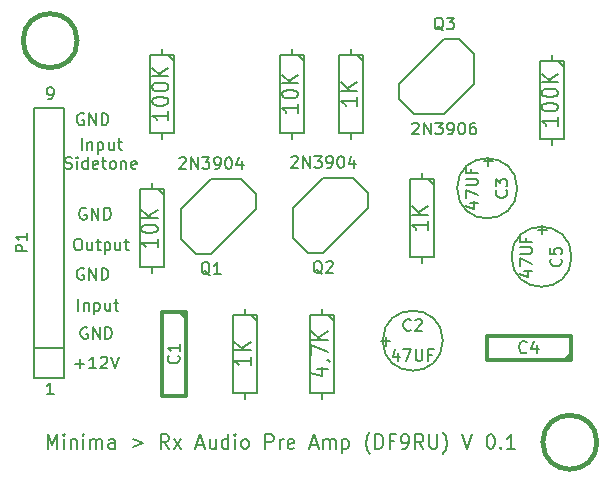
<source format=gto>
G04 #@! TF.FileFunction,Legend,Top*
%FSLAX45Y45*%
G04 Gerber Fmt 4.5, Leading zero omitted, Abs format (unit mm)*
G04 Created by KiCad (PCBNEW (2015-01-25 BZR 5388)-product) date Mo 03 Aug 2015 14:19:51 CEST*
%MOMM*%
G01*
G04 APERTURE LIST*
%ADD10C,0.150000*%
%ADD11C,0.200000*%
%ADD12C,0.200660*%
%ADD13C,0.381000*%
%ADD14C,0.203200*%
%ADD15C,0.304800*%
G04 APERTURE END LIST*
D10*
D11*
X12983810Y-7120000D02*
X12974286Y-7115238D01*
X12960000Y-7115238D01*
X12945714Y-7120000D01*
X12936190Y-7129524D01*
X12931429Y-7139048D01*
X12926667Y-7158095D01*
X12926667Y-7172381D01*
X12931429Y-7191429D01*
X12936190Y-7200952D01*
X12945714Y-7210476D01*
X12960000Y-7215238D01*
X12969524Y-7215238D01*
X12983810Y-7210476D01*
X12988571Y-7205714D01*
X12988571Y-7172381D01*
X12969524Y-7172381D01*
X13031429Y-7215238D02*
X13031429Y-7115238D01*
X13088571Y-7215238D01*
X13088571Y-7115238D01*
X13136190Y-7215238D02*
X13136190Y-7115238D01*
X13160000Y-7115238D01*
X13174286Y-7120000D01*
X13183810Y-7129524D01*
X13188571Y-7139048D01*
X13193333Y-7158095D01*
X13193333Y-7172381D01*
X13188571Y-7191429D01*
X13183810Y-7200952D01*
X13174286Y-7210476D01*
X13160000Y-7215238D01*
X13136190Y-7215238D01*
X12983810Y-8430000D02*
X12974286Y-8425238D01*
X12960000Y-8425238D01*
X12945714Y-8430000D01*
X12936190Y-8439524D01*
X12931429Y-8449048D01*
X12926667Y-8468095D01*
X12926667Y-8482381D01*
X12931429Y-8501429D01*
X12936190Y-8510952D01*
X12945714Y-8520476D01*
X12960000Y-8525238D01*
X12969524Y-8525238D01*
X12983810Y-8520476D01*
X12988571Y-8515714D01*
X12988571Y-8482381D01*
X12969524Y-8482381D01*
X13031429Y-8525238D02*
X13031429Y-8425238D01*
X13088571Y-8525238D01*
X13088571Y-8425238D01*
X13136190Y-8525238D02*
X13136190Y-8425238D01*
X13160000Y-8425238D01*
X13174286Y-8430000D01*
X13183810Y-8439524D01*
X13188571Y-8449048D01*
X13193333Y-8468095D01*
X13193333Y-8482381D01*
X13188571Y-8501429D01*
X13183810Y-8510952D01*
X13174286Y-8520476D01*
X13160000Y-8525238D01*
X13136190Y-8525238D01*
X13003810Y-7920000D02*
X12994286Y-7915238D01*
X12980000Y-7915238D01*
X12965714Y-7920000D01*
X12956190Y-7929524D01*
X12951429Y-7939048D01*
X12946667Y-7958095D01*
X12946667Y-7972381D01*
X12951429Y-7991429D01*
X12956190Y-8000952D01*
X12965714Y-8010476D01*
X12980000Y-8015238D01*
X12989524Y-8015238D01*
X13003810Y-8010476D01*
X13008571Y-8005714D01*
X13008571Y-7972381D01*
X12989524Y-7972381D01*
X13051429Y-8015238D02*
X13051429Y-7915238D01*
X13108571Y-8015238D01*
X13108571Y-7915238D01*
X13156190Y-8015238D02*
X13156190Y-7915238D01*
X13180000Y-7915238D01*
X13194286Y-7920000D01*
X13203810Y-7929524D01*
X13208571Y-7939048D01*
X13213333Y-7958095D01*
X13213333Y-7972381D01*
X13208571Y-7991429D01*
X13203810Y-8000952D01*
X13194286Y-8010476D01*
X13180000Y-8015238D01*
X13156190Y-8015238D01*
X13013810Y-8930000D02*
X13004286Y-8925238D01*
X12990000Y-8925238D01*
X12975714Y-8930000D01*
X12966190Y-8939524D01*
X12961429Y-8949048D01*
X12956667Y-8968095D01*
X12956667Y-8982381D01*
X12961429Y-9001429D01*
X12966190Y-9010952D01*
X12975714Y-9020476D01*
X12990000Y-9025238D01*
X12999524Y-9025238D01*
X13013810Y-9020476D01*
X13018571Y-9015714D01*
X13018571Y-8982381D01*
X12999524Y-8982381D01*
X13061429Y-9025238D02*
X13061429Y-8925238D01*
X13118571Y-9025238D01*
X13118571Y-8925238D01*
X13166190Y-9025238D02*
X13166190Y-8925238D01*
X13190000Y-8925238D01*
X13204286Y-8930000D01*
X13213810Y-8939524D01*
X13218571Y-8949048D01*
X13223333Y-8968095D01*
X13223333Y-8982381D01*
X13218571Y-9001429D01*
X13213810Y-9010952D01*
X13204286Y-9020476D01*
X13190000Y-9025238D01*
X13166190Y-9025238D01*
X12965714Y-7425238D02*
X12965714Y-7325238D01*
X13013333Y-7358571D02*
X13013333Y-7425238D01*
X13013333Y-7368095D02*
X13018095Y-7363333D01*
X13027619Y-7358571D01*
X13041905Y-7358571D01*
X13051429Y-7363333D01*
X13056190Y-7372857D01*
X13056190Y-7425238D01*
X13103809Y-7358571D02*
X13103809Y-7458571D01*
X13103809Y-7363333D02*
X13113333Y-7358571D01*
X13132381Y-7358571D01*
X13141905Y-7363333D01*
X13146667Y-7368095D01*
X13151429Y-7377619D01*
X13151429Y-7406190D01*
X13146667Y-7415714D01*
X13141905Y-7420476D01*
X13132381Y-7425238D01*
X13113333Y-7425238D01*
X13103809Y-7420476D01*
X13237143Y-7358571D02*
X13237143Y-7425238D01*
X13194286Y-7358571D02*
X13194286Y-7410952D01*
X13199048Y-7420476D01*
X13208571Y-7425238D01*
X13222857Y-7425238D01*
X13232381Y-7420476D01*
X13237143Y-7415714D01*
X13270476Y-7358571D02*
X13308571Y-7358571D01*
X13284762Y-7325238D02*
X13284762Y-7410952D01*
X13289524Y-7420476D01*
X13299048Y-7425238D01*
X13308571Y-7425238D01*
X12827619Y-7580476D02*
X12841905Y-7585238D01*
X12865714Y-7585238D01*
X12875238Y-7580476D01*
X12880000Y-7575714D01*
X12884762Y-7566190D01*
X12884762Y-7556667D01*
X12880000Y-7547143D01*
X12875238Y-7542381D01*
X12865714Y-7537619D01*
X12846667Y-7532857D01*
X12837143Y-7528095D01*
X12832381Y-7523333D01*
X12827619Y-7513809D01*
X12827619Y-7504286D01*
X12832381Y-7494762D01*
X12837143Y-7490000D01*
X12846667Y-7485238D01*
X12870476Y-7485238D01*
X12884762Y-7490000D01*
X12927619Y-7585238D02*
X12927619Y-7518571D01*
X12927619Y-7485238D02*
X12922857Y-7490000D01*
X12927619Y-7494762D01*
X12932381Y-7490000D01*
X12927619Y-7485238D01*
X12927619Y-7494762D01*
X13018095Y-7585238D02*
X13018095Y-7485238D01*
X13018095Y-7580476D02*
X13008571Y-7585238D01*
X12989524Y-7585238D01*
X12980000Y-7580476D01*
X12975238Y-7575714D01*
X12970476Y-7566190D01*
X12970476Y-7537619D01*
X12975238Y-7528095D01*
X12980000Y-7523333D01*
X12989524Y-7518571D01*
X13008571Y-7518571D01*
X13018095Y-7523333D01*
X13103809Y-7580476D02*
X13094286Y-7585238D01*
X13075238Y-7585238D01*
X13065714Y-7580476D01*
X13060952Y-7570952D01*
X13060952Y-7532857D01*
X13065714Y-7523333D01*
X13075238Y-7518571D01*
X13094286Y-7518571D01*
X13103809Y-7523333D01*
X13108571Y-7532857D01*
X13108571Y-7542381D01*
X13060952Y-7551905D01*
X13137143Y-7518571D02*
X13175238Y-7518571D01*
X13151428Y-7485238D02*
X13151428Y-7570952D01*
X13156190Y-7580476D01*
X13165714Y-7585238D01*
X13175238Y-7585238D01*
X13222857Y-7585238D02*
X13213333Y-7580476D01*
X13208571Y-7575714D01*
X13203809Y-7566190D01*
X13203809Y-7537619D01*
X13208571Y-7528095D01*
X13213333Y-7523333D01*
X13222857Y-7518571D01*
X13237143Y-7518571D01*
X13246667Y-7523333D01*
X13251429Y-7528095D01*
X13256190Y-7537619D01*
X13256190Y-7566190D01*
X13251429Y-7575714D01*
X13246667Y-7580476D01*
X13237143Y-7585238D01*
X13222857Y-7585238D01*
X13299048Y-7518571D02*
X13299048Y-7585238D01*
X13299048Y-7528095D02*
X13303809Y-7523333D01*
X13313333Y-7518571D01*
X13327619Y-7518571D01*
X13337143Y-7523333D01*
X13341905Y-7532857D01*
X13341905Y-7585238D01*
X13427619Y-7580476D02*
X13418095Y-7585238D01*
X13399048Y-7585238D01*
X13389524Y-7580476D01*
X13384762Y-7570952D01*
X13384762Y-7532857D01*
X13389524Y-7523333D01*
X13399048Y-7518571D01*
X13418095Y-7518571D01*
X13427619Y-7523333D01*
X13432381Y-7532857D01*
X13432381Y-7542381D01*
X13384762Y-7551905D01*
X12927619Y-8175238D02*
X12946667Y-8175238D01*
X12956190Y-8180000D01*
X12965714Y-8189524D01*
X12970476Y-8208571D01*
X12970476Y-8241905D01*
X12965714Y-8260952D01*
X12956190Y-8270476D01*
X12946667Y-8275238D01*
X12927619Y-8275238D01*
X12918095Y-8270476D01*
X12908571Y-8260952D01*
X12903809Y-8241905D01*
X12903809Y-8208571D01*
X12908571Y-8189524D01*
X12918095Y-8180000D01*
X12927619Y-8175238D01*
X13056190Y-8208571D02*
X13056190Y-8275238D01*
X13013333Y-8208571D02*
X13013333Y-8260952D01*
X13018095Y-8270476D01*
X13027619Y-8275238D01*
X13041905Y-8275238D01*
X13051429Y-8270476D01*
X13056190Y-8265714D01*
X13089524Y-8208571D02*
X13127619Y-8208571D01*
X13103809Y-8175238D02*
X13103809Y-8260952D01*
X13108571Y-8270476D01*
X13118095Y-8275238D01*
X13127619Y-8275238D01*
X13160952Y-8208571D02*
X13160952Y-8308571D01*
X13160952Y-8213333D02*
X13170476Y-8208571D01*
X13189524Y-8208571D01*
X13199048Y-8213333D01*
X13203810Y-8218095D01*
X13208571Y-8227619D01*
X13208571Y-8256190D01*
X13203810Y-8265714D01*
X13199048Y-8270476D01*
X13189524Y-8275238D01*
X13170476Y-8275238D01*
X13160952Y-8270476D01*
X13294286Y-8208571D02*
X13294286Y-8275238D01*
X13251429Y-8208571D02*
X13251429Y-8260952D01*
X13256190Y-8270476D01*
X13265714Y-8275238D01*
X13280000Y-8275238D01*
X13289524Y-8270476D01*
X13294286Y-8265714D01*
X13327619Y-8208571D02*
X13365714Y-8208571D01*
X13341905Y-8175238D02*
X13341905Y-8260952D01*
X13346667Y-8270476D01*
X13356190Y-8275238D01*
X13365714Y-8275238D01*
X12935714Y-8785238D02*
X12935714Y-8685238D01*
X12983333Y-8718571D02*
X12983333Y-8785238D01*
X12983333Y-8728095D02*
X12988095Y-8723333D01*
X12997619Y-8718571D01*
X13011905Y-8718571D01*
X13021429Y-8723333D01*
X13026190Y-8732857D01*
X13026190Y-8785238D01*
X13073809Y-8718571D02*
X13073809Y-8818571D01*
X13073809Y-8723333D02*
X13083333Y-8718571D01*
X13102381Y-8718571D01*
X13111905Y-8723333D01*
X13116667Y-8728095D01*
X13121429Y-8737619D01*
X13121429Y-8766191D01*
X13116667Y-8775714D01*
X13111905Y-8780476D01*
X13102381Y-8785238D01*
X13083333Y-8785238D01*
X13073809Y-8780476D01*
X13207143Y-8718571D02*
X13207143Y-8785238D01*
X13164286Y-8718571D02*
X13164286Y-8770952D01*
X13169048Y-8780476D01*
X13178571Y-8785238D01*
X13192857Y-8785238D01*
X13202381Y-8780476D01*
X13207143Y-8775714D01*
X13240476Y-8718571D02*
X13278571Y-8718571D01*
X13254762Y-8685238D02*
X13254762Y-8770952D01*
X13259524Y-8780476D01*
X13269048Y-8785238D01*
X13278571Y-8785238D01*
X12913809Y-9237143D02*
X12990000Y-9237143D01*
X12951905Y-9275238D02*
X12951905Y-9199048D01*
X13090000Y-9275238D02*
X13032857Y-9275238D01*
X13061428Y-9275238D02*
X13061428Y-9175238D01*
X13051905Y-9189524D01*
X13042381Y-9199048D01*
X13032857Y-9203810D01*
X13128095Y-9184762D02*
X13132857Y-9180000D01*
X13142381Y-9175238D01*
X13166190Y-9175238D01*
X13175714Y-9180000D01*
X13180476Y-9184762D01*
X13185238Y-9194286D01*
X13185238Y-9203810D01*
X13180476Y-9218095D01*
X13123333Y-9275238D01*
X13185238Y-9275238D01*
X13213809Y-9175238D02*
X13247143Y-9275238D01*
X13280476Y-9175238D01*
D12*
X12679027Y-9954139D02*
X12679027Y-9834251D01*
X12718990Y-9919885D01*
X12758952Y-9834251D01*
X12758952Y-9954139D01*
X12816042Y-9954139D02*
X12816042Y-9874214D01*
X12816042Y-9834251D02*
X12810333Y-9839960D01*
X12816042Y-9845669D01*
X12821751Y-9839960D01*
X12816042Y-9834251D01*
X12816042Y-9845669D01*
X12873132Y-9874214D02*
X12873132Y-9954139D01*
X12873132Y-9885632D02*
X12878840Y-9879923D01*
X12890258Y-9874214D01*
X12907385Y-9874214D01*
X12918803Y-9879923D01*
X12924512Y-9891341D01*
X12924512Y-9954139D01*
X12981602Y-9954139D02*
X12981602Y-9874214D01*
X12981602Y-9834251D02*
X12975893Y-9839960D01*
X12981602Y-9845669D01*
X12987311Y-9839960D01*
X12981602Y-9834251D01*
X12981602Y-9845669D01*
X13038691Y-9954139D02*
X13038691Y-9874214D01*
X13038691Y-9885632D02*
X13044400Y-9879923D01*
X13055818Y-9874214D01*
X13072945Y-9874214D01*
X13084363Y-9879923D01*
X13090072Y-9891341D01*
X13090072Y-9954139D01*
X13090072Y-9891341D02*
X13095781Y-9879923D01*
X13107199Y-9874214D01*
X13124325Y-9874214D01*
X13135743Y-9879923D01*
X13141452Y-9891341D01*
X13141452Y-9954139D01*
X13249922Y-9954139D02*
X13249922Y-9891341D01*
X13244213Y-9879923D01*
X13232796Y-9874214D01*
X13209960Y-9874214D01*
X13198542Y-9879923D01*
X13249922Y-9948430D02*
X13238504Y-9954139D01*
X13209960Y-9954139D01*
X13198542Y-9948430D01*
X13192833Y-9937012D01*
X13192833Y-9925594D01*
X13198542Y-9914176D01*
X13209960Y-9908467D01*
X13238504Y-9908467D01*
X13249922Y-9902759D01*
X13398355Y-9874214D02*
X13489698Y-9908467D01*
X13398355Y-9942721D01*
X13706639Y-9954139D02*
X13666676Y-9897050D01*
X13638131Y-9954139D02*
X13638131Y-9834251D01*
X13683803Y-9834251D01*
X13695221Y-9839960D01*
X13700930Y-9845669D01*
X13706639Y-9857087D01*
X13706639Y-9874214D01*
X13700930Y-9885632D01*
X13695221Y-9891341D01*
X13683803Y-9897050D01*
X13638131Y-9897050D01*
X13746601Y-9954139D02*
X13809400Y-9874214D01*
X13746601Y-9874214D02*
X13809400Y-9954139D01*
X13940706Y-9919885D02*
X13997795Y-9919885D01*
X13929288Y-9954139D02*
X13969250Y-9834251D01*
X14009213Y-9954139D01*
X14100556Y-9874214D02*
X14100556Y-9954139D01*
X14049176Y-9874214D02*
X14049176Y-9937012D01*
X14054885Y-9948430D01*
X14066302Y-9954139D01*
X14083429Y-9954139D01*
X14094847Y-9948430D01*
X14100556Y-9942721D01*
X14209026Y-9954139D02*
X14209026Y-9834251D01*
X14209026Y-9948430D02*
X14197608Y-9954139D01*
X14174773Y-9954139D01*
X14163355Y-9948430D01*
X14157646Y-9942721D01*
X14151937Y-9931303D01*
X14151937Y-9897050D01*
X14157646Y-9885632D01*
X14163355Y-9879923D01*
X14174773Y-9874214D01*
X14197608Y-9874214D01*
X14209026Y-9879923D01*
X14266116Y-9954139D02*
X14266116Y-9874214D01*
X14266116Y-9834251D02*
X14260407Y-9839960D01*
X14266116Y-9845669D01*
X14271825Y-9839960D01*
X14266116Y-9834251D01*
X14266116Y-9845669D01*
X14340332Y-9954139D02*
X14328914Y-9948430D01*
X14323205Y-9942721D01*
X14317496Y-9931303D01*
X14317496Y-9897050D01*
X14323205Y-9885632D01*
X14328914Y-9879923D01*
X14340332Y-9874214D01*
X14357459Y-9874214D01*
X14368877Y-9879923D01*
X14374586Y-9885632D01*
X14380295Y-9897050D01*
X14380295Y-9931303D01*
X14374586Y-9942721D01*
X14368877Y-9948430D01*
X14357459Y-9954139D01*
X14340332Y-9954139D01*
X14523019Y-9954139D02*
X14523019Y-9834251D01*
X14568690Y-9834251D01*
X14580108Y-9839960D01*
X14585817Y-9845669D01*
X14591526Y-9857087D01*
X14591526Y-9874214D01*
X14585817Y-9885632D01*
X14580108Y-9891341D01*
X14568690Y-9897050D01*
X14523019Y-9897050D01*
X14642907Y-9954139D02*
X14642907Y-9874214D01*
X14642907Y-9897050D02*
X14648616Y-9885632D01*
X14654325Y-9879923D01*
X14665742Y-9874214D01*
X14677160Y-9874214D01*
X14762795Y-9948430D02*
X14751377Y-9954139D01*
X14728541Y-9954139D01*
X14717123Y-9948430D01*
X14711414Y-9937012D01*
X14711414Y-9891341D01*
X14717123Y-9879923D01*
X14728541Y-9874214D01*
X14751377Y-9874214D01*
X14762795Y-9879923D01*
X14768504Y-9891341D01*
X14768504Y-9902759D01*
X14711414Y-9914176D01*
X14905518Y-9919885D02*
X14962608Y-9919885D01*
X14894100Y-9954139D02*
X14934063Y-9834251D01*
X14974026Y-9954139D01*
X15013988Y-9954139D02*
X15013988Y-9874214D01*
X15013988Y-9885632D02*
X15019697Y-9879923D01*
X15031115Y-9874214D01*
X15048242Y-9874214D01*
X15059660Y-9879923D01*
X15065369Y-9891341D01*
X15065369Y-9954139D01*
X15065369Y-9891341D02*
X15071078Y-9879923D01*
X15082496Y-9874214D01*
X15099623Y-9874214D01*
X15111041Y-9879923D01*
X15116750Y-9891341D01*
X15116750Y-9954139D01*
X15173839Y-9874214D02*
X15173839Y-9994102D01*
X15173839Y-9879923D02*
X15185257Y-9874214D01*
X15208093Y-9874214D01*
X15219511Y-9879923D01*
X15225220Y-9885632D01*
X15230929Y-9897050D01*
X15230929Y-9931303D01*
X15225220Y-9942721D01*
X15219511Y-9948430D01*
X15208093Y-9954139D01*
X15185257Y-9954139D01*
X15173839Y-9948430D01*
X15407906Y-9999811D02*
X15402197Y-9994102D01*
X15390779Y-9976975D01*
X15385070Y-9965557D01*
X15379361Y-9948430D01*
X15373652Y-9919885D01*
X15373652Y-9897050D01*
X15379361Y-9868505D01*
X15385070Y-9851378D01*
X15390779Y-9839960D01*
X15402197Y-9822833D01*
X15407906Y-9817124D01*
X15453578Y-9954139D02*
X15453578Y-9834251D01*
X15482122Y-9834251D01*
X15499249Y-9839960D01*
X15510667Y-9851378D01*
X15516376Y-9862796D01*
X15522085Y-9885632D01*
X15522085Y-9902759D01*
X15516376Y-9925594D01*
X15510667Y-9937012D01*
X15499249Y-9948430D01*
X15482122Y-9954139D01*
X15453578Y-9954139D01*
X15613428Y-9891341D02*
X15573466Y-9891341D01*
X15573466Y-9954139D02*
X15573466Y-9834251D01*
X15630555Y-9834251D01*
X15681936Y-9954139D02*
X15704772Y-9954139D01*
X15716189Y-9948430D01*
X15721898Y-9942721D01*
X15733316Y-9925594D01*
X15739025Y-9902759D01*
X15739025Y-9857087D01*
X15733316Y-9845669D01*
X15727607Y-9839960D01*
X15716189Y-9834251D01*
X15693354Y-9834251D01*
X15681936Y-9839960D01*
X15676227Y-9845669D01*
X15670518Y-9857087D01*
X15670518Y-9885632D01*
X15676227Y-9897050D01*
X15681936Y-9902759D01*
X15693354Y-9908467D01*
X15716189Y-9908467D01*
X15727607Y-9902759D01*
X15733316Y-9897050D01*
X15739025Y-9885632D01*
X15858913Y-9954139D02*
X15818951Y-9897050D01*
X15790406Y-9954139D02*
X15790406Y-9834251D01*
X15836077Y-9834251D01*
X15847495Y-9839960D01*
X15853204Y-9845669D01*
X15858913Y-9857087D01*
X15858913Y-9874214D01*
X15853204Y-9885632D01*
X15847495Y-9891341D01*
X15836077Y-9897050D01*
X15790406Y-9897050D01*
X15910294Y-9834251D02*
X15910294Y-9931303D01*
X15916003Y-9942721D01*
X15921712Y-9948430D01*
X15933130Y-9954139D01*
X15955965Y-9954139D01*
X15967383Y-9948430D01*
X15973092Y-9942721D01*
X15978801Y-9931303D01*
X15978801Y-9834251D01*
X16024473Y-9999811D02*
X16030182Y-9994102D01*
X16041600Y-9976975D01*
X16047309Y-9965557D01*
X16053018Y-9948430D01*
X16058727Y-9919885D01*
X16058727Y-9897050D01*
X16053018Y-9868505D01*
X16047309Y-9851378D01*
X16041600Y-9839960D01*
X16030182Y-9822833D01*
X16024473Y-9817124D01*
X16190032Y-9834251D02*
X16229995Y-9954139D01*
X16269958Y-9834251D01*
X16424099Y-9834251D02*
X16435517Y-9834251D01*
X16446935Y-9839960D01*
X16452644Y-9845669D01*
X16458353Y-9857087D01*
X16464062Y-9879923D01*
X16464062Y-9908467D01*
X16458353Y-9931303D01*
X16452644Y-9942721D01*
X16446935Y-9948430D01*
X16435517Y-9954139D01*
X16424099Y-9954139D01*
X16412682Y-9948430D01*
X16406973Y-9942721D01*
X16401264Y-9931303D01*
X16395555Y-9908467D01*
X16395555Y-9879923D01*
X16401264Y-9857087D01*
X16406973Y-9845669D01*
X16412682Y-9839960D01*
X16424099Y-9834251D01*
X16515443Y-9942721D02*
X16521152Y-9948430D01*
X16515443Y-9954139D01*
X16509734Y-9948430D01*
X16515443Y-9942721D01*
X16515443Y-9954139D01*
X16635331Y-9954139D02*
X16566823Y-9954139D01*
X16601077Y-9954139D02*
X16601077Y-9834251D01*
X16589659Y-9851378D01*
X16578241Y-9862796D01*
X16566823Y-9868505D01*
X12680938Y-6995220D02*
X12700000Y-6995220D01*
X12709531Y-6990455D01*
X12714297Y-6985689D01*
X12723828Y-6971393D01*
X12728593Y-6952331D01*
X12728593Y-6914207D01*
X12723828Y-6904675D01*
X12719062Y-6899910D01*
X12709531Y-6895144D01*
X12690469Y-6895144D01*
X12680938Y-6899910D01*
X12676172Y-6904675D01*
X12671407Y-6914207D01*
X12671407Y-6938034D01*
X12676172Y-6947565D01*
X12680938Y-6952331D01*
X12690469Y-6957096D01*
X12709531Y-6957096D01*
X12719062Y-6952331D01*
X12723828Y-6947565D01*
X12728593Y-6938034D01*
X12728593Y-9495343D02*
X12671407Y-9495343D01*
X12700000Y-9495343D02*
X12700000Y-9395267D01*
X12690469Y-9409563D01*
X12680938Y-9419094D01*
X12671407Y-9423860D01*
D13*
X17328642Y-9900158D02*
G75*
G03X17328642Y-9900158I-228600J0D01*
G01*
X12928600Y-6499860D02*
G75*
G03X12928600Y-6499860I-228600J0D01*
G01*
D14*
X15249906Y-6568948D02*
X15249906Y-6619748D01*
X15249906Y-7330948D02*
X15249906Y-7280148D01*
X15249906Y-7280148D02*
X15351506Y-7280148D01*
X15351506Y-7280148D02*
X15351506Y-6619748D01*
X15351506Y-6619748D02*
X15148306Y-6619748D01*
X15148306Y-6619748D02*
X15148306Y-7280148D01*
X15148306Y-7280148D02*
X15249906Y-7280148D01*
X15300706Y-6619748D02*
X15351506Y-6670548D01*
X13649960Y-6568948D02*
X13649960Y-6619748D01*
X13649960Y-7330948D02*
X13649960Y-7280148D01*
X13649960Y-7280148D02*
X13751560Y-7280148D01*
X13751560Y-7280148D02*
X13751560Y-6619748D01*
X13751560Y-6619748D02*
X13548360Y-6619748D01*
X13548360Y-6619748D02*
X13548360Y-7280148D01*
X13548360Y-7280148D02*
X13649960Y-7280148D01*
X13700760Y-6619748D02*
X13751560Y-6670548D01*
X13560000Y-7709000D02*
X13560000Y-7759800D01*
X13560000Y-8471000D02*
X13560000Y-8420200D01*
X13560000Y-8420200D02*
X13661600Y-8420200D01*
X13661600Y-8420200D02*
X13661600Y-7759800D01*
X13661600Y-7759800D02*
X13458400Y-7759800D01*
X13458400Y-7759800D02*
X13458400Y-8420200D01*
X13458400Y-8420200D02*
X13560000Y-8420200D01*
X13610800Y-7759800D02*
X13661600Y-7810600D01*
X14999970Y-8769096D02*
X14999970Y-8819896D01*
X14999970Y-9531096D02*
X14999970Y-9480296D01*
X14999970Y-9480296D02*
X15101570Y-9480296D01*
X15101570Y-9480296D02*
X15101570Y-8819896D01*
X15101570Y-8819896D02*
X14898370Y-8819896D01*
X14898370Y-8819896D02*
X14898370Y-9480296D01*
X14898370Y-9480296D02*
X14999970Y-9480296D01*
X15050770Y-8819896D02*
X15101570Y-8870696D01*
X14349984Y-8769096D02*
X14349984Y-8819896D01*
X14349984Y-9531096D02*
X14349984Y-9480296D01*
X14349984Y-9480296D02*
X14451584Y-9480296D01*
X14451584Y-9480296D02*
X14451584Y-8819896D01*
X14451584Y-8819896D02*
X14248384Y-8819896D01*
X14248384Y-8819896D02*
X14248384Y-9480296D01*
X14248384Y-9480296D02*
X14349984Y-9480296D01*
X14400784Y-8819896D02*
X14451584Y-8870696D01*
X14750034Y-6568948D02*
X14750034Y-6619748D01*
X14750034Y-7330948D02*
X14750034Y-7280148D01*
X14750034Y-7280148D02*
X14851634Y-7280148D01*
X14851634Y-7280148D02*
X14851634Y-6619748D01*
X14851634Y-6619748D02*
X14648434Y-6619748D01*
X14648434Y-6619748D02*
X14648434Y-7280148D01*
X14648434Y-7280148D02*
X14750034Y-7280148D01*
X14800834Y-6619748D02*
X14851634Y-6670548D01*
X15850108Y-7618984D02*
X15850108Y-7669784D01*
X15850108Y-8380984D02*
X15850108Y-8330184D01*
X15850108Y-8330184D02*
X15951708Y-8330184D01*
X15951708Y-8330184D02*
X15951708Y-7669784D01*
X15951708Y-7669784D02*
X15748508Y-7669784D01*
X15748508Y-7669784D02*
X15748508Y-8330184D01*
X15748508Y-8330184D02*
X15850108Y-8330184D01*
X15900908Y-7669784D02*
X15951708Y-7720584D01*
X16949928Y-6618986D02*
X16949928Y-6669786D01*
X16949928Y-7380986D02*
X16949928Y-7330186D01*
X16949928Y-7330186D02*
X17051528Y-7330186D01*
X17051528Y-7330186D02*
X17051528Y-6669786D01*
X17051528Y-6669786D02*
X16848328Y-6669786D01*
X16848328Y-6669786D02*
X16848328Y-7330186D01*
X16848328Y-7330186D02*
X16949928Y-7330186D01*
X17000728Y-6669786D02*
X17051528Y-6720586D01*
D15*
X17105630Y-9201658D02*
X16394430Y-9201658D01*
X16394430Y-9201658D02*
X16394430Y-8998458D01*
X16394430Y-8998458D02*
X17105630Y-8998458D01*
X17105630Y-8998458D02*
X17105630Y-9201658D01*
X17105630Y-9150858D02*
X17054830Y-9201658D01*
X13851636Y-8794496D02*
X13851636Y-9505696D01*
X13851636Y-9505696D02*
X13648436Y-9505696D01*
X13648436Y-9505696D02*
X13648436Y-8794496D01*
X13648436Y-8794496D02*
X13851636Y-8794496D01*
X13800836Y-8794496D02*
X13851636Y-8845296D01*
D10*
X16024317Y-9040000D02*
G75*
G03X16024317Y-9040000I-254317J0D01*
G01*
X16654317Y-7750000D02*
G75*
G03X16654317Y-7750000I-254317J0D01*
G01*
X17114317Y-8330000D02*
G75*
G03X17114317Y-8330000I-254317J0D01*
G01*
X12563000Y-9099000D02*
X12563000Y-7067000D01*
X12563000Y-7067000D02*
X12817000Y-7067000D01*
X12817000Y-7067000D02*
X12817000Y-9099000D01*
X12563000Y-9353000D02*
X12563000Y-9099000D01*
X12563000Y-9099000D02*
X12817000Y-9099000D01*
X12563000Y-9353000D02*
X12817000Y-9353000D01*
X12817000Y-9353000D02*
X12817000Y-9099000D01*
X14063000Y-8304000D02*
X14444000Y-7923000D01*
X14444000Y-7923000D02*
X14444000Y-7796000D01*
X14444000Y-7796000D02*
X14317000Y-7669000D01*
X14317000Y-7669000D02*
X14063000Y-7669000D01*
X14063000Y-7669000D02*
X13809000Y-7923000D01*
X13809000Y-7923000D02*
X13809000Y-8177000D01*
X13809000Y-8177000D02*
X13936000Y-8304000D01*
X13936000Y-8304000D02*
X14063000Y-8304000D01*
X15013000Y-8294000D02*
X15394000Y-7913000D01*
X15394000Y-7913000D02*
X15394000Y-7786000D01*
X15394000Y-7786000D02*
X15267000Y-7659000D01*
X15267000Y-7659000D02*
X15013000Y-7659000D01*
X15013000Y-7659000D02*
X14759000Y-7913000D01*
X14759000Y-7913000D02*
X14759000Y-8167000D01*
X14759000Y-8167000D02*
X14886000Y-8294000D01*
X14886000Y-8294000D02*
X15013000Y-8294000D01*
X16037000Y-6486000D02*
X15656000Y-6867000D01*
X15656000Y-6867000D02*
X15656000Y-6994000D01*
X15656000Y-6994000D02*
X15783000Y-7121000D01*
X15783000Y-7121000D02*
X16037000Y-7121000D01*
X16037000Y-7121000D02*
X16291000Y-6867000D01*
X16291000Y-6867000D02*
X16291000Y-6613000D01*
X16291000Y-6613000D02*
X16164000Y-6486000D01*
X16164000Y-6486000D02*
X16037000Y-6486000D01*
D14*
X15300404Y-6977162D02*
X15300404Y-7049734D01*
X15300404Y-7013448D02*
X15160704Y-7013448D01*
X15180661Y-7025543D01*
X15193965Y-7037638D01*
X15200618Y-7049734D01*
X15300404Y-6922734D02*
X15160704Y-6922734D01*
X15300404Y-6850162D02*
X15220575Y-6904591D01*
X15160704Y-6850162D02*
X15240532Y-6922734D01*
X13700458Y-7098115D02*
X13700458Y-7170686D01*
X13700458Y-7134400D02*
X13560758Y-7134400D01*
X13580715Y-7146496D01*
X13594019Y-7158591D01*
X13600672Y-7170686D01*
X13560758Y-7019496D02*
X13560758Y-7007400D01*
X13567410Y-6995305D01*
X13574062Y-6989257D01*
X13587367Y-6983210D01*
X13613977Y-6977162D01*
X13647239Y-6977162D01*
X13673848Y-6983210D01*
X13687153Y-6989257D01*
X13693805Y-6995305D01*
X13700458Y-7007400D01*
X13700458Y-7019496D01*
X13693805Y-7031591D01*
X13687153Y-7037638D01*
X13673848Y-7043686D01*
X13647239Y-7049734D01*
X13613977Y-7049734D01*
X13587367Y-7043686D01*
X13574062Y-7037638D01*
X13567410Y-7031591D01*
X13560758Y-7019496D01*
X13560758Y-6898543D02*
X13560758Y-6886448D01*
X13567410Y-6874353D01*
X13574062Y-6868305D01*
X13587367Y-6862257D01*
X13613977Y-6856210D01*
X13647239Y-6856210D01*
X13673848Y-6862257D01*
X13687153Y-6868305D01*
X13693805Y-6874353D01*
X13700458Y-6886448D01*
X13700458Y-6898543D01*
X13693805Y-6910638D01*
X13687153Y-6916686D01*
X13673848Y-6922734D01*
X13647239Y-6928781D01*
X13613977Y-6928781D01*
X13587367Y-6922734D01*
X13574062Y-6916686D01*
X13567410Y-6910638D01*
X13560758Y-6898543D01*
X13700458Y-6801781D02*
X13560758Y-6801781D01*
X13700458Y-6729210D02*
X13620629Y-6783638D01*
X13560758Y-6729210D02*
X13640586Y-6801781D01*
X13610498Y-8177690D02*
X13610498Y-8250262D01*
X13610498Y-8213976D02*
X13470798Y-8213976D01*
X13490755Y-8226071D01*
X13504059Y-8238167D01*
X13510712Y-8250262D01*
X13470798Y-8099071D02*
X13470798Y-8086976D01*
X13477450Y-8074881D01*
X13484102Y-8068833D01*
X13497407Y-8062786D01*
X13524017Y-8056738D01*
X13557279Y-8056738D01*
X13583888Y-8062786D01*
X13597193Y-8068833D01*
X13603845Y-8074881D01*
X13610498Y-8086976D01*
X13610498Y-8099071D01*
X13603845Y-8111167D01*
X13597193Y-8117214D01*
X13583888Y-8123262D01*
X13557279Y-8129309D01*
X13524017Y-8129309D01*
X13497407Y-8123262D01*
X13484102Y-8117214D01*
X13477450Y-8111167D01*
X13470798Y-8099071D01*
X13610498Y-8002309D02*
X13470798Y-8002309D01*
X13610498Y-7929738D02*
X13530669Y-7984167D01*
X13470798Y-7929738D02*
X13550626Y-8002309D01*
X14957334Y-9280120D02*
X15050468Y-9280120D01*
X14904115Y-9310358D02*
X15003901Y-9340596D01*
X15003901Y-9261977D01*
X15043815Y-9207548D02*
X15050468Y-9207548D01*
X15063772Y-9213596D01*
X15070425Y-9219644D01*
X14910768Y-9165215D02*
X14910768Y-9080548D01*
X15050468Y-9134977D01*
X15050468Y-9032167D02*
X14910768Y-9032167D01*
X15050468Y-8959596D02*
X14970639Y-9014025D01*
X14910768Y-8959596D02*
X14990596Y-9032167D01*
X14400482Y-9177310D02*
X14400482Y-9249882D01*
X14400482Y-9213596D02*
X14260782Y-9213596D01*
X14280739Y-9225691D01*
X14294043Y-9237787D01*
X14300696Y-9249882D01*
X14400482Y-9122882D02*
X14260782Y-9122882D01*
X14400482Y-9050310D02*
X14320653Y-9104739D01*
X14260782Y-9050310D02*
X14340610Y-9122882D01*
X14800532Y-7037638D02*
X14800532Y-7110210D01*
X14800532Y-7073924D02*
X14660832Y-7073924D01*
X14680789Y-7086019D01*
X14694093Y-7098115D01*
X14700746Y-7110210D01*
X14660832Y-6959019D02*
X14660832Y-6946924D01*
X14667484Y-6934829D01*
X14674136Y-6928781D01*
X14687441Y-6922734D01*
X14714051Y-6916686D01*
X14747313Y-6916686D01*
X14773922Y-6922734D01*
X14787227Y-6928781D01*
X14793879Y-6934829D01*
X14800532Y-6946924D01*
X14800532Y-6959019D01*
X14793879Y-6971115D01*
X14787227Y-6977162D01*
X14773922Y-6983210D01*
X14747313Y-6989257D01*
X14714051Y-6989257D01*
X14687441Y-6983210D01*
X14674136Y-6977162D01*
X14667484Y-6971115D01*
X14660832Y-6959019D01*
X14800532Y-6862257D02*
X14660832Y-6862257D01*
X14800532Y-6789686D02*
X14720703Y-6844115D01*
X14660832Y-6789686D02*
X14740660Y-6862257D01*
X15900606Y-8027198D02*
X15900606Y-8099770D01*
X15900606Y-8063484D02*
X15760906Y-8063484D01*
X15780863Y-8075579D01*
X15794167Y-8087674D01*
X15800820Y-8099770D01*
X15900606Y-7972770D02*
X15760906Y-7972770D01*
X15900606Y-7900198D02*
X15820777Y-7954627D01*
X15760906Y-7900198D02*
X15840734Y-7972770D01*
X17000426Y-7148153D02*
X17000426Y-7220724D01*
X17000426Y-7184438D02*
X16860726Y-7184438D01*
X16880683Y-7196534D01*
X16893988Y-7208629D01*
X16900640Y-7220724D01*
X16860726Y-7069534D02*
X16860726Y-7057438D01*
X16867378Y-7045343D01*
X16874030Y-7039295D01*
X16887335Y-7033248D01*
X16913945Y-7027200D01*
X16947207Y-7027200D01*
X16973816Y-7033248D01*
X16987121Y-7039295D01*
X16993773Y-7045343D01*
X17000426Y-7057438D01*
X17000426Y-7069534D01*
X16993773Y-7081629D01*
X16987121Y-7087676D01*
X16973816Y-7093724D01*
X16947207Y-7099772D01*
X16913945Y-7099772D01*
X16887335Y-7093724D01*
X16874030Y-7087676D01*
X16867378Y-7081629D01*
X16860726Y-7069534D01*
X16860726Y-6948581D02*
X16860726Y-6936486D01*
X16867378Y-6924391D01*
X16874030Y-6918343D01*
X16887335Y-6912295D01*
X16913945Y-6906248D01*
X16947207Y-6906248D01*
X16973816Y-6912295D01*
X16987121Y-6918343D01*
X16993773Y-6924391D01*
X17000426Y-6936486D01*
X17000426Y-6948581D01*
X16993773Y-6960676D01*
X16987121Y-6966724D01*
X16973816Y-6972772D01*
X16947207Y-6978819D01*
X16913945Y-6978819D01*
X16887335Y-6972772D01*
X16874030Y-6966724D01*
X16867378Y-6960676D01*
X16860726Y-6948581D01*
X17000426Y-6851819D02*
X16860726Y-6851819D01*
X17000426Y-6779248D02*
X16920597Y-6833676D01*
X16860726Y-6779248D02*
X16940554Y-6851819D01*
X16733097Y-9136344D02*
X16728259Y-9141182D01*
X16713744Y-9146020D01*
X16704068Y-9146020D01*
X16689554Y-9141182D01*
X16679878Y-9131506D01*
X16675040Y-9121829D01*
X16670201Y-9102477D01*
X16670201Y-9087963D01*
X16675040Y-9068610D01*
X16679878Y-9058934D01*
X16689554Y-9049258D01*
X16704068Y-9044420D01*
X16713744Y-9044420D01*
X16728259Y-9049258D01*
X16733097Y-9054096D01*
X16820182Y-9078287D02*
X16820182Y-9146020D01*
X16795992Y-9039582D02*
X16771801Y-9112153D01*
X16834697Y-9112153D01*
X13786322Y-9167029D02*
X13791160Y-9171867D01*
X13795998Y-9186382D01*
X13795998Y-9196058D01*
X13791160Y-9210572D01*
X13781484Y-9220248D01*
X13771807Y-9225086D01*
X13752455Y-9229925D01*
X13737941Y-9229925D01*
X13718588Y-9225086D01*
X13708912Y-9220248D01*
X13699236Y-9210572D01*
X13694398Y-9196058D01*
X13694398Y-9186382D01*
X13699236Y-9171867D01*
X13704074Y-9167029D01*
X13795998Y-9070267D02*
X13795998Y-9128325D01*
X13795998Y-9099296D02*
X13694398Y-9099296D01*
X13708912Y-9108972D01*
X13718588Y-9118648D01*
X13723426Y-9128325D01*
D10*
X15753333Y-8948968D02*
X15748571Y-8953730D01*
X15734286Y-8958492D01*
X15724762Y-8958492D01*
X15710476Y-8953730D01*
X15700952Y-8944206D01*
X15696190Y-8934683D01*
X15691429Y-8915635D01*
X15691429Y-8901349D01*
X15696190Y-8882302D01*
X15700952Y-8872778D01*
X15710476Y-8863254D01*
X15724762Y-8858492D01*
X15734286Y-8858492D01*
X15748571Y-8863254D01*
X15753333Y-8868016D01*
X15791429Y-8868016D02*
X15796190Y-8863254D01*
X15805714Y-8858492D01*
X15829524Y-8858492D01*
X15839048Y-8863254D01*
X15843810Y-8868016D01*
X15848571Y-8877540D01*
X15848571Y-8887064D01*
X15843810Y-8901349D01*
X15786667Y-8958492D01*
X15848571Y-8958492D01*
X15646190Y-9145571D02*
X15646190Y-9212238D01*
X15622381Y-9107476D02*
X15598571Y-9178905D01*
X15660476Y-9178905D01*
X15689048Y-9112238D02*
X15755714Y-9112238D01*
X15712857Y-9212238D01*
X15793809Y-9112238D02*
X15793809Y-9193191D01*
X15798571Y-9202714D01*
X15803333Y-9207476D01*
X15812857Y-9212238D01*
X15831905Y-9212238D01*
X15841429Y-9207476D01*
X15846190Y-9202714D01*
X15850952Y-9193191D01*
X15850952Y-9112238D01*
X15931905Y-9159857D02*
X15898571Y-9159857D01*
X15898571Y-9212238D02*
X15898571Y-9112238D01*
X15946190Y-9112238D01*
X15503305Y-9047143D02*
X15579495Y-9047143D01*
X15541400Y-9085238D02*
X15541400Y-9009048D01*
X16562460Y-7766667D02*
X16567222Y-7771428D01*
X16571984Y-7785714D01*
X16571984Y-7795238D01*
X16567222Y-7809524D01*
X16557698Y-7819048D01*
X16548175Y-7823809D01*
X16529127Y-7828571D01*
X16514841Y-7828571D01*
X16495794Y-7823809D01*
X16486270Y-7819048D01*
X16476746Y-7809524D01*
X16471984Y-7795238D01*
X16471984Y-7785714D01*
X16476746Y-7771428D01*
X16481508Y-7766667D01*
X16471984Y-7733333D02*
X16471984Y-7671428D01*
X16510079Y-7704762D01*
X16510079Y-7690476D01*
X16514841Y-7680952D01*
X16519603Y-7676190D01*
X16529127Y-7671428D01*
X16552936Y-7671428D01*
X16562460Y-7676190D01*
X16567222Y-7680952D01*
X16571984Y-7690476D01*
X16571984Y-7719048D01*
X16567222Y-7728571D01*
X16562460Y-7733333D01*
X16251571Y-7873809D02*
X16318238Y-7873809D01*
X16213476Y-7897619D02*
X16284905Y-7921429D01*
X16284905Y-7859524D01*
X16218238Y-7830952D02*
X16218238Y-7764286D01*
X16318238Y-7807143D01*
X16218238Y-7726190D02*
X16299190Y-7726190D01*
X16308714Y-7721429D01*
X16313476Y-7716667D01*
X16318238Y-7707143D01*
X16318238Y-7688095D01*
X16313476Y-7678571D01*
X16308714Y-7673809D01*
X16299190Y-7669048D01*
X16218238Y-7669048D01*
X16265857Y-7588095D02*
X16265857Y-7621429D01*
X16318238Y-7621429D02*
X16218238Y-7621429D01*
X16218238Y-7573809D01*
X16407143Y-7559495D02*
X16407143Y-7483305D01*
X16445238Y-7521400D02*
X16369048Y-7521400D01*
X17022460Y-8346667D02*
X17027222Y-8351428D01*
X17031984Y-8365714D01*
X17031984Y-8375238D01*
X17027222Y-8389524D01*
X17017698Y-8399048D01*
X17008175Y-8403810D01*
X16989127Y-8408571D01*
X16974841Y-8408571D01*
X16955794Y-8403810D01*
X16946270Y-8399048D01*
X16936746Y-8389524D01*
X16931984Y-8375238D01*
X16931984Y-8365714D01*
X16936746Y-8351428D01*
X16941508Y-8346667D01*
X16931984Y-8256190D02*
X16931984Y-8303809D01*
X16979603Y-8308571D01*
X16974841Y-8303809D01*
X16970079Y-8294286D01*
X16970079Y-8270476D01*
X16974841Y-8260952D01*
X16979603Y-8256190D01*
X16989127Y-8251428D01*
X17012937Y-8251428D01*
X17022460Y-8256190D01*
X17027222Y-8260952D01*
X17031984Y-8270476D01*
X17031984Y-8294286D01*
X17027222Y-8303809D01*
X17022460Y-8308571D01*
X16711571Y-8453810D02*
X16778238Y-8453810D01*
X16673476Y-8477619D02*
X16744905Y-8501429D01*
X16744905Y-8439524D01*
X16678238Y-8410952D02*
X16678238Y-8344286D01*
X16778238Y-8387143D01*
X16678238Y-8306190D02*
X16759190Y-8306190D01*
X16768714Y-8301429D01*
X16773476Y-8296667D01*
X16778238Y-8287143D01*
X16778238Y-8268095D01*
X16773476Y-8258571D01*
X16768714Y-8253809D01*
X16759190Y-8249048D01*
X16678238Y-8249048D01*
X16725857Y-8168095D02*
X16725857Y-8201429D01*
X16778238Y-8201429D02*
X16678238Y-8201429D01*
X16678238Y-8153809D01*
X16867143Y-8139495D02*
X16867143Y-8063305D01*
X16905238Y-8101400D02*
X16829048Y-8101400D01*
X12506638Y-8283809D02*
X12406638Y-8283809D01*
X12406638Y-8245714D01*
X12411400Y-8236190D01*
X12416162Y-8231428D01*
X12425686Y-8226667D01*
X12439971Y-8226667D01*
X12449495Y-8231428D01*
X12454257Y-8236190D01*
X12459019Y-8245714D01*
X12459019Y-8283809D01*
X12506638Y-8131428D02*
X12506638Y-8188571D01*
X12506638Y-8160000D02*
X12406638Y-8160000D01*
X12420924Y-8169524D01*
X12430448Y-8179048D01*
X12435209Y-8188571D01*
X14053476Y-8485762D02*
X14043952Y-8481000D01*
X14034429Y-8471476D01*
X14020143Y-8457191D01*
X14010619Y-8452429D01*
X14001095Y-8452429D01*
X14005857Y-8476238D02*
X13996333Y-8471476D01*
X13986809Y-8461952D01*
X13982048Y-8442905D01*
X13982048Y-8409571D01*
X13986809Y-8390524D01*
X13996333Y-8381000D01*
X14005857Y-8376238D01*
X14024905Y-8376238D01*
X14034429Y-8381000D01*
X14043952Y-8390524D01*
X14048714Y-8409571D01*
X14048714Y-8442905D01*
X14043952Y-8461952D01*
X14034429Y-8471476D01*
X14024905Y-8476238D01*
X14005857Y-8476238D01*
X14143952Y-8476238D02*
X14086809Y-8476238D01*
X14115381Y-8476238D02*
X14115381Y-8376238D01*
X14105857Y-8390524D01*
X14096333Y-8400048D01*
X14086809Y-8404810D01*
X13791571Y-7496762D02*
X13796333Y-7492000D01*
X13805857Y-7487238D01*
X13829667Y-7487238D01*
X13839190Y-7492000D01*
X13843952Y-7496762D01*
X13848714Y-7506286D01*
X13848714Y-7515809D01*
X13843952Y-7530095D01*
X13786809Y-7587238D01*
X13848714Y-7587238D01*
X13891571Y-7587238D02*
X13891571Y-7487238D01*
X13948714Y-7587238D01*
X13948714Y-7487238D01*
X13986809Y-7487238D02*
X14048714Y-7487238D01*
X14015381Y-7525333D01*
X14029667Y-7525333D01*
X14039190Y-7530095D01*
X14043952Y-7534857D01*
X14048714Y-7544381D01*
X14048714Y-7568190D01*
X14043952Y-7577714D01*
X14039190Y-7582476D01*
X14029667Y-7587238D01*
X14001095Y-7587238D01*
X13991571Y-7582476D01*
X13986809Y-7577714D01*
X14096333Y-7587238D02*
X14115381Y-7587238D01*
X14124905Y-7582476D01*
X14129667Y-7577714D01*
X14139190Y-7563429D01*
X14143952Y-7544381D01*
X14143952Y-7506286D01*
X14139190Y-7496762D01*
X14134429Y-7492000D01*
X14124905Y-7487238D01*
X14105857Y-7487238D01*
X14096333Y-7492000D01*
X14091571Y-7496762D01*
X14086809Y-7506286D01*
X14086809Y-7530095D01*
X14091571Y-7539619D01*
X14096333Y-7544381D01*
X14105857Y-7549143D01*
X14124905Y-7549143D01*
X14134429Y-7544381D01*
X14139190Y-7539619D01*
X14143952Y-7530095D01*
X14205857Y-7487238D02*
X14215381Y-7487238D01*
X14224905Y-7492000D01*
X14229667Y-7496762D01*
X14234429Y-7506286D01*
X14239190Y-7525333D01*
X14239190Y-7549143D01*
X14234429Y-7568190D01*
X14229667Y-7577714D01*
X14224905Y-7582476D01*
X14215381Y-7587238D01*
X14205857Y-7587238D01*
X14196333Y-7582476D01*
X14191571Y-7577714D01*
X14186809Y-7568190D01*
X14182048Y-7549143D01*
X14182048Y-7525333D01*
X14186809Y-7506286D01*
X14191571Y-7496762D01*
X14196333Y-7492000D01*
X14205857Y-7487238D01*
X14324905Y-7520571D02*
X14324905Y-7587238D01*
X14301095Y-7482476D02*
X14277286Y-7553905D01*
X14339190Y-7553905D01*
X15003476Y-8475762D02*
X14993952Y-8471000D01*
X14984429Y-8461476D01*
X14970143Y-8447191D01*
X14960619Y-8442429D01*
X14951095Y-8442429D01*
X14955857Y-8466238D02*
X14946333Y-8461476D01*
X14936809Y-8451952D01*
X14932048Y-8432905D01*
X14932048Y-8399571D01*
X14936809Y-8380524D01*
X14946333Y-8371000D01*
X14955857Y-8366238D01*
X14974905Y-8366238D01*
X14984429Y-8371000D01*
X14993952Y-8380524D01*
X14998714Y-8399571D01*
X14998714Y-8432905D01*
X14993952Y-8451952D01*
X14984429Y-8461476D01*
X14974905Y-8466238D01*
X14955857Y-8466238D01*
X15036809Y-8375762D02*
X15041571Y-8371000D01*
X15051095Y-8366238D01*
X15074905Y-8366238D01*
X15084429Y-8371000D01*
X15089190Y-8375762D01*
X15093952Y-8385286D01*
X15093952Y-8394810D01*
X15089190Y-8409095D01*
X15032048Y-8466238D01*
X15093952Y-8466238D01*
X14741571Y-7486762D02*
X14746333Y-7482000D01*
X14755857Y-7477238D01*
X14779667Y-7477238D01*
X14789190Y-7482000D01*
X14793952Y-7486762D01*
X14798714Y-7496286D01*
X14798714Y-7505809D01*
X14793952Y-7520095D01*
X14736809Y-7577238D01*
X14798714Y-7577238D01*
X14841571Y-7577238D02*
X14841571Y-7477238D01*
X14898714Y-7577238D01*
X14898714Y-7477238D01*
X14936809Y-7477238D02*
X14998714Y-7477238D01*
X14965381Y-7515333D01*
X14979667Y-7515333D01*
X14989190Y-7520095D01*
X14993952Y-7524857D01*
X14998714Y-7534381D01*
X14998714Y-7558190D01*
X14993952Y-7567714D01*
X14989190Y-7572476D01*
X14979667Y-7577238D01*
X14951095Y-7577238D01*
X14941571Y-7572476D01*
X14936809Y-7567714D01*
X15046333Y-7577238D02*
X15065381Y-7577238D01*
X15074905Y-7572476D01*
X15079667Y-7567714D01*
X15089190Y-7553429D01*
X15093952Y-7534381D01*
X15093952Y-7496286D01*
X15089190Y-7486762D01*
X15084429Y-7482000D01*
X15074905Y-7477238D01*
X15055857Y-7477238D01*
X15046333Y-7482000D01*
X15041571Y-7486762D01*
X15036809Y-7496286D01*
X15036809Y-7520095D01*
X15041571Y-7529619D01*
X15046333Y-7534381D01*
X15055857Y-7539143D01*
X15074905Y-7539143D01*
X15084429Y-7534381D01*
X15089190Y-7529619D01*
X15093952Y-7520095D01*
X15155857Y-7477238D02*
X15165381Y-7477238D01*
X15174905Y-7482000D01*
X15179667Y-7486762D01*
X15184429Y-7496286D01*
X15189190Y-7515333D01*
X15189190Y-7539143D01*
X15184429Y-7558190D01*
X15179667Y-7567714D01*
X15174905Y-7572476D01*
X15165381Y-7577238D01*
X15155857Y-7577238D01*
X15146333Y-7572476D01*
X15141571Y-7567714D01*
X15136809Y-7558190D01*
X15132048Y-7539143D01*
X15132048Y-7515333D01*
X15136809Y-7496286D01*
X15141571Y-7486762D01*
X15146333Y-7482000D01*
X15155857Y-7477238D01*
X15274905Y-7510571D02*
X15274905Y-7577238D01*
X15251095Y-7472476D02*
X15227286Y-7543905D01*
X15289190Y-7543905D01*
X16027476Y-6413762D02*
X16017952Y-6409000D01*
X16008429Y-6399476D01*
X15994143Y-6385190D01*
X15984619Y-6380429D01*
X15975095Y-6380429D01*
X15979857Y-6404238D02*
X15970333Y-6399476D01*
X15960809Y-6389952D01*
X15956048Y-6370905D01*
X15956048Y-6337571D01*
X15960809Y-6318524D01*
X15970333Y-6309000D01*
X15979857Y-6304238D01*
X15998905Y-6304238D01*
X16008429Y-6309000D01*
X16017952Y-6318524D01*
X16022714Y-6337571D01*
X16022714Y-6370905D01*
X16017952Y-6389952D01*
X16008429Y-6399476D01*
X15998905Y-6404238D01*
X15979857Y-6404238D01*
X16056048Y-6304238D02*
X16117952Y-6304238D01*
X16084619Y-6342333D01*
X16098905Y-6342333D01*
X16108429Y-6347095D01*
X16113190Y-6351857D01*
X16117952Y-6361381D01*
X16117952Y-6385190D01*
X16113190Y-6394714D01*
X16108429Y-6399476D01*
X16098905Y-6404238D01*
X16070333Y-6404238D01*
X16060809Y-6399476D01*
X16056048Y-6394714D01*
X15765571Y-7202762D02*
X15770333Y-7198000D01*
X15779857Y-7193238D01*
X15803667Y-7193238D01*
X15813190Y-7198000D01*
X15817952Y-7202762D01*
X15822714Y-7212286D01*
X15822714Y-7221809D01*
X15817952Y-7236095D01*
X15760809Y-7293238D01*
X15822714Y-7293238D01*
X15865571Y-7293238D02*
X15865571Y-7193238D01*
X15922714Y-7293238D01*
X15922714Y-7193238D01*
X15960809Y-7193238D02*
X16022714Y-7193238D01*
X15989381Y-7231333D01*
X16003667Y-7231333D01*
X16013190Y-7236095D01*
X16017952Y-7240857D01*
X16022714Y-7250381D01*
X16022714Y-7274190D01*
X16017952Y-7283714D01*
X16013190Y-7288476D01*
X16003667Y-7293238D01*
X15975095Y-7293238D01*
X15965571Y-7288476D01*
X15960809Y-7283714D01*
X16070333Y-7293238D02*
X16089381Y-7293238D01*
X16098905Y-7288476D01*
X16103667Y-7283714D01*
X16113190Y-7269429D01*
X16117952Y-7250381D01*
X16117952Y-7212286D01*
X16113190Y-7202762D01*
X16108429Y-7198000D01*
X16098905Y-7193238D01*
X16079857Y-7193238D01*
X16070333Y-7198000D01*
X16065571Y-7202762D01*
X16060809Y-7212286D01*
X16060809Y-7236095D01*
X16065571Y-7245619D01*
X16070333Y-7250381D01*
X16079857Y-7255143D01*
X16098905Y-7255143D01*
X16108429Y-7250381D01*
X16113190Y-7245619D01*
X16117952Y-7236095D01*
X16179857Y-7193238D02*
X16189381Y-7193238D01*
X16198905Y-7198000D01*
X16203667Y-7202762D01*
X16208429Y-7212286D01*
X16213190Y-7231333D01*
X16213190Y-7255143D01*
X16208429Y-7274190D01*
X16203667Y-7283714D01*
X16198905Y-7288476D01*
X16189381Y-7293238D01*
X16179857Y-7293238D01*
X16170333Y-7288476D01*
X16165571Y-7283714D01*
X16160809Y-7274190D01*
X16156048Y-7255143D01*
X16156048Y-7231333D01*
X16160809Y-7212286D01*
X16165571Y-7202762D01*
X16170333Y-7198000D01*
X16179857Y-7193238D01*
X16298905Y-7193238D02*
X16279857Y-7193238D01*
X16270333Y-7198000D01*
X16265571Y-7202762D01*
X16256048Y-7217048D01*
X16251286Y-7236095D01*
X16251286Y-7274190D01*
X16256048Y-7283714D01*
X16260809Y-7288476D01*
X16270333Y-7293238D01*
X16289381Y-7293238D01*
X16298905Y-7288476D01*
X16303667Y-7283714D01*
X16308429Y-7274190D01*
X16308429Y-7250381D01*
X16303667Y-7240857D01*
X16298905Y-7236095D01*
X16289381Y-7231333D01*
X16270333Y-7231333D01*
X16260809Y-7236095D01*
X16256048Y-7240857D01*
X16251286Y-7250381D01*
M02*

</source>
